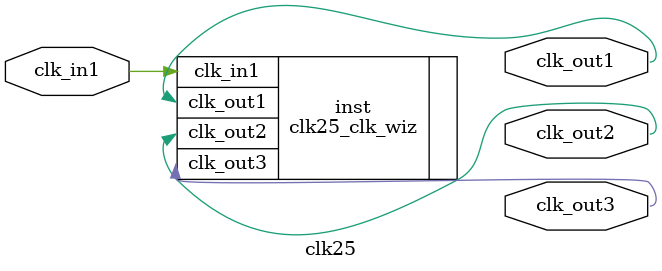
<source format=v>


`timescale 1ps/1ps

(* CORE_GENERATION_INFO = "clk25,clk_wiz_v5_3_1,{component_name=clk25,use_phase_alignment=true,use_min_o_jitter=false,use_max_i_jitter=false,use_dyn_phase_shift=false,use_inclk_switchover=false,use_dyn_reconfig=false,enable_axi=0,feedback_source=FDBK_AUTO,PRIMITIVE=MMCM,num_out_clk=3,clkin1_period=10.0,clkin2_period=10.0,use_power_down=false,use_reset=false,use_locked=false,use_inclk_stopped=false,feedback_type=SINGLE,CLOCK_MGR_TYPE=NA,manual_override=false}" *)

module clk25 
 (
 // Clock in ports
  input         clk_in1,
  // Clock out ports
  output        clk_out1,
  output        clk_out2,
  output        clk_out3
 );

  clk25_clk_wiz inst
  (
 // Clock in ports
  .clk_in1(clk_in1),
  // Clock out ports  
  .clk_out1(clk_out1),
  .clk_out2(clk_out2),
  .clk_out3(clk_out3)              
  );

endmodule

</source>
